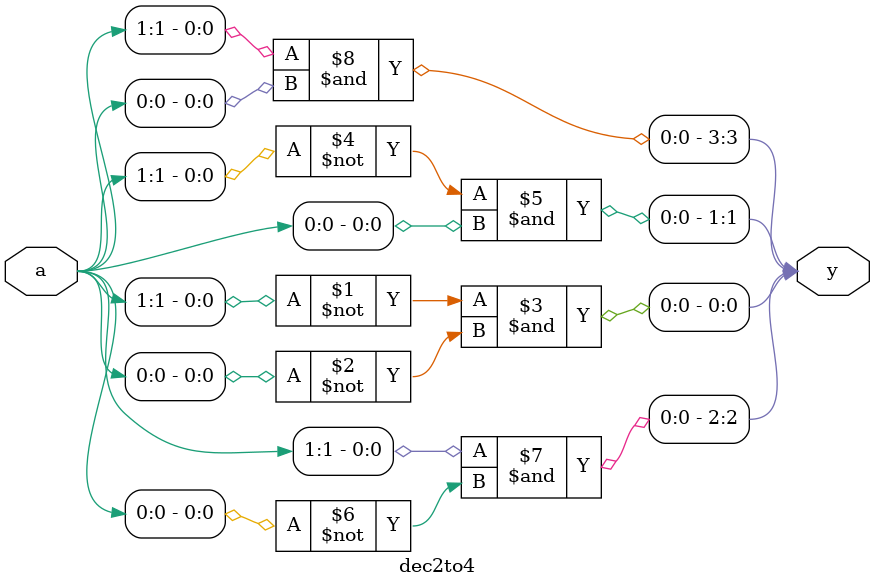
<source format=v>
module dec2to4(a,y);
  input [1:0] a; 
  output [3:0] y ;
    assign y[0] = ~a[1] & ~a[0];
    assign y[1] = ~a[1] &  a[0];
    assign y[2] =  a[1] & ~a[0];
    assign y[3] =  a[1] &  a[0];
endmodule

</source>
